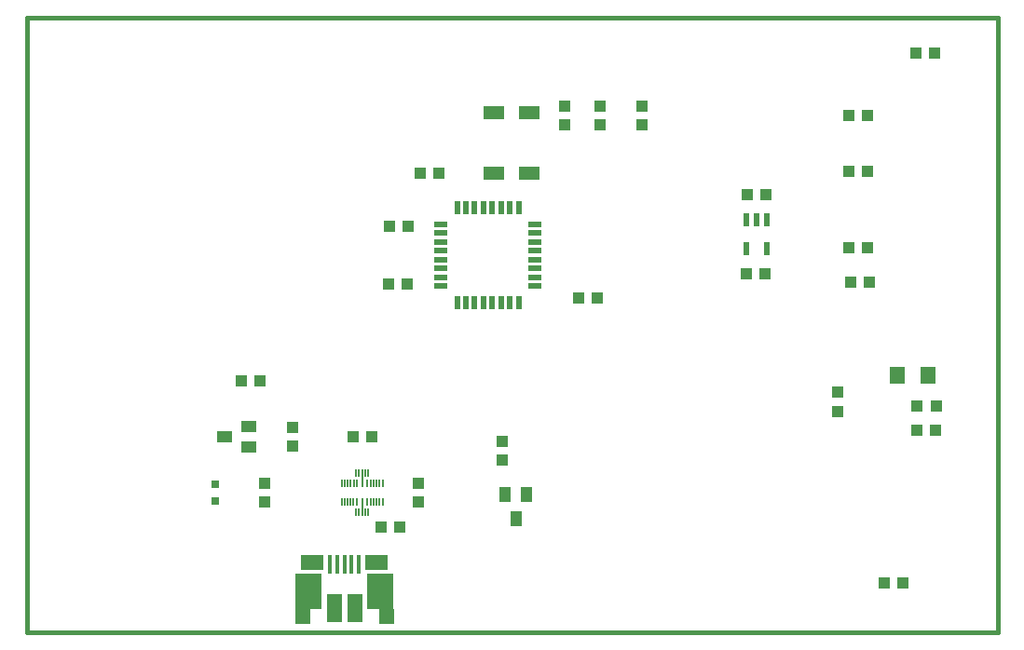
<source format=gbp>
G75*
%MOIN*%
%OFA0B0*%
%FSLAX25Y25*%
%IPPOS*%
%LPD*%
%AMOC8*
5,1,8,0,0,1.08239X$1,22.5*
%
%ADD10C,0.01600*%
%ADD11R,0.05512X0.06299*%
%ADD12R,0.04331X0.03937*%
%ADD13R,0.03937X0.04331*%
%ADD14R,0.02165X0.04724*%
%ADD15R,0.07480X0.05118*%
%ADD16R,0.02200X0.05000*%
%ADD17R,0.05000X0.02200*%
%ADD18R,0.01575X0.06732*%
%ADD19R,0.07874X0.05748*%
%ADD20R,0.05413X0.09843*%
%ADD21R,0.09616X0.12522*%
%ADD22R,0.09616X0.12522*%
%ADD23R,0.05304X0.05436*%
%ADD24R,0.05304X0.05436*%
%ADD25R,0.01121X0.02756*%
%ADD26R,0.03150X0.03150*%
%ADD27R,0.05512X0.03937*%
%ADD28R,0.03937X0.05512*%
D10*
X0001800Y0005000D02*
X0349300Y0005000D01*
X0349300Y0225000D01*
X0001800Y0225000D01*
X0001800Y0005000D01*
D11*
X0313332Y0097154D03*
X0324356Y0097154D03*
D12*
X0327108Y0085946D03*
X0320415Y0085946D03*
X0320381Y0077321D03*
X0327073Y0077321D03*
X0291800Y0084154D03*
X0291800Y0090846D03*
X0265919Y0133183D03*
X0259226Y0133183D03*
X0259468Y0161705D03*
X0266161Y0161705D03*
X0295954Y0190000D03*
X0302646Y0190000D03*
X0221800Y0186654D03*
X0221800Y0193346D03*
X0206800Y0193346D03*
X0206800Y0186654D03*
X0194300Y0186654D03*
X0194300Y0193346D03*
X0138269Y0150262D03*
X0131576Y0150262D03*
X0131251Y0129552D03*
X0137944Y0129552D03*
X0199376Y0124552D03*
X0206069Y0124552D03*
X0171800Y0073346D03*
X0171800Y0066654D03*
X0141800Y0058346D03*
X0141800Y0051654D03*
X0096800Y0071654D03*
X0096800Y0078346D03*
X0086800Y0058346D03*
X0086800Y0051654D03*
D13*
X0118454Y0075000D03*
X0125146Y0075000D03*
X0085146Y0095000D03*
X0078454Y0095000D03*
X0128454Y0042500D03*
X0135146Y0042500D03*
X0296690Y0130435D03*
X0303383Y0130435D03*
X0302646Y0142500D03*
X0295954Y0142500D03*
X0295954Y0170000D03*
X0302646Y0170000D03*
X0319799Y0212375D03*
X0326492Y0212375D03*
X0149410Y0169366D03*
X0142717Y0169366D03*
X0308454Y0022500D03*
X0315146Y0022500D03*
D14*
X0266742Y0142310D03*
X0259262Y0142310D03*
X0259262Y0152547D03*
X0263002Y0152547D03*
X0266742Y0152547D03*
D15*
X0181550Y0169488D03*
X0168952Y0169488D03*
X0168952Y0191141D03*
X0181550Y0191141D03*
D16*
X0177824Y0156900D03*
X0174674Y0156900D03*
X0171524Y0156900D03*
X0168375Y0156900D03*
X0165225Y0156900D03*
X0162076Y0156900D03*
X0158926Y0156900D03*
X0155776Y0156900D03*
X0155776Y0123100D03*
X0158926Y0123100D03*
X0162076Y0123100D03*
X0165225Y0123100D03*
X0168375Y0123100D03*
X0171524Y0123100D03*
X0174674Y0123100D03*
X0177824Y0123100D03*
D17*
X0183700Y0128976D03*
X0183700Y0132126D03*
X0183700Y0135276D03*
X0183700Y0138425D03*
X0183700Y0141575D03*
X0183700Y0144724D03*
X0183700Y0147874D03*
X0183700Y0151024D03*
X0149900Y0151024D03*
X0149900Y0147874D03*
X0149900Y0144724D03*
X0149900Y0141575D03*
X0149900Y0138425D03*
X0149900Y0135276D03*
X0149900Y0132126D03*
X0149900Y0128976D03*
D18*
X0120580Y0029449D03*
X0118020Y0029449D03*
X0115461Y0029449D03*
X0112902Y0029449D03*
X0110343Y0029449D03*
D19*
X0104044Y0029961D03*
X0126879Y0029961D03*
D20*
X0119152Y0013583D03*
X0111770Y0013583D03*
D21*
X0128393Y0019801D03*
D22*
X0102586Y0019801D03*
D23*
X0130560Y0010807D03*
D24*
X0100445Y0010807D03*
D25*
X0119661Y0047919D03*
X0120733Y0047919D03*
X0121798Y0047921D03*
X0122882Y0047921D03*
X0123957Y0047921D03*
X0121800Y0049796D03*
X0121800Y0051752D03*
X0119831Y0051752D03*
X0118743Y0051752D03*
X0117668Y0051752D03*
X0116584Y0051752D03*
X0115519Y0051750D03*
X0114447Y0051750D03*
X0114488Y0058240D03*
X0115559Y0058240D03*
X0116624Y0058243D03*
X0117708Y0058243D03*
X0118783Y0058243D03*
X0119831Y0058248D03*
X0121800Y0058248D03*
X0123769Y0058248D03*
X0124827Y0058233D03*
X0125898Y0058233D03*
X0126964Y0058235D03*
X0128048Y0058235D03*
X0129122Y0058235D03*
X0123957Y0062076D03*
X0122882Y0062076D03*
X0121798Y0062076D03*
X0120733Y0062074D03*
X0119661Y0062074D03*
X0121798Y0060445D03*
X0123769Y0051752D03*
X0124838Y0051751D03*
X0125910Y0051751D03*
X0126975Y0051753D03*
X0128059Y0051753D03*
X0129133Y0051753D03*
D26*
X0069300Y0052047D03*
X0069300Y0057953D03*
D27*
X0081131Y0071260D03*
X0072469Y0075000D03*
X0081131Y0078740D03*
D28*
X0173060Y0054331D03*
X0180540Y0054331D03*
X0176800Y0045669D03*
M02*

</source>
